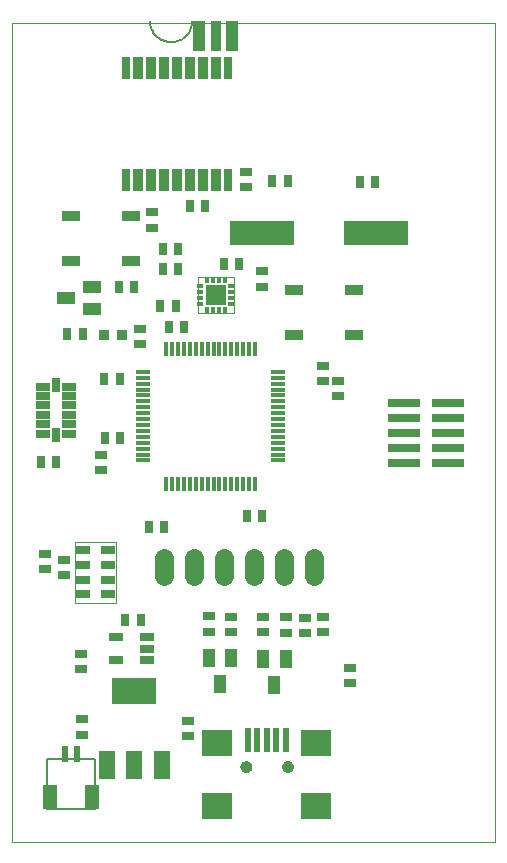
<source format=gts>
G75*
G70*
%OFA0B0*%
%FSLAX24Y24*%
%IPPOS*%
%LPD*%
%AMOC8*
5,1,8,0,0,1.08239X$1,22.5*
%
%ADD10C,0.0000*%
%ADD11R,0.0491X0.0257*%
%ADD12R,0.0257X0.0491*%
%ADD13R,0.0453X0.0257*%
%ADD14C,0.0020*%
%ADD15R,0.0394X0.0316*%
%ADD16R,0.0355X0.0749*%
%ADD17R,0.0316X0.0749*%
%ADD18R,0.0158X0.0512*%
%ADD19R,0.0512X0.0158*%
%ADD20R,0.0520X0.0920*%
%ADD21R,0.1457X0.0906*%
%ADD22R,0.0512X0.0257*%
%ADD23R,0.1024X0.0906*%
%ADD24R,0.0237X0.0827*%
%ADD25C,0.0394*%
%ADD26R,0.0138X0.0197*%
%ADD27R,0.0670X0.0670*%
%ADD28R,0.0197X0.0138*%
%ADD29C,0.0005*%
%ADD30C,0.0640*%
%ADD31R,0.0316X0.0394*%
%ADD32R,0.2140X0.0800*%
%ADD33R,0.0640X0.0340*%
%ADD34R,0.0591X0.0434*%
%ADD35R,0.0434X0.0591*%
%ADD36R,0.1064X0.0296*%
%ADD37R,0.0355X0.0355*%
%ADD38C,0.0050*%
%ADD39R,0.0512X0.0827*%
%ADD40R,0.0237X0.0571*%
%ADD41R,0.0355X0.1024*%
%ADD42R,0.0434X0.1024*%
D10*
X000702Y002192D02*
X000702Y029507D01*
X016812Y029507D01*
X016792Y002192D01*
X000702Y002192D01*
X008328Y004719D02*
X008330Y004745D01*
X008336Y004771D01*
X008346Y004796D01*
X008359Y004819D01*
X008375Y004839D01*
X008395Y004857D01*
X008417Y004872D01*
X008440Y004884D01*
X008466Y004892D01*
X008492Y004896D01*
X008518Y004896D01*
X008544Y004892D01*
X008570Y004884D01*
X008594Y004872D01*
X008615Y004857D01*
X008635Y004839D01*
X008651Y004819D01*
X008664Y004796D01*
X008674Y004771D01*
X008680Y004745D01*
X008682Y004719D01*
X008680Y004693D01*
X008674Y004667D01*
X008664Y004642D01*
X008651Y004619D01*
X008635Y004599D01*
X008615Y004581D01*
X008593Y004566D01*
X008570Y004554D01*
X008544Y004546D01*
X008518Y004542D01*
X008492Y004542D01*
X008466Y004546D01*
X008440Y004554D01*
X008416Y004566D01*
X008395Y004581D01*
X008375Y004599D01*
X008359Y004619D01*
X008346Y004642D01*
X008336Y004667D01*
X008330Y004693D01*
X008328Y004719D01*
X009706Y004719D02*
X009708Y004745D01*
X009714Y004771D01*
X009724Y004796D01*
X009737Y004819D01*
X009753Y004839D01*
X009773Y004857D01*
X009795Y004872D01*
X009818Y004884D01*
X009844Y004892D01*
X009870Y004896D01*
X009896Y004896D01*
X009922Y004892D01*
X009948Y004884D01*
X009972Y004872D01*
X009993Y004857D01*
X010013Y004839D01*
X010029Y004819D01*
X010042Y004796D01*
X010052Y004771D01*
X010058Y004745D01*
X010060Y004719D01*
X010058Y004693D01*
X010052Y004667D01*
X010042Y004642D01*
X010029Y004619D01*
X010013Y004599D01*
X009993Y004581D01*
X009971Y004566D01*
X009948Y004554D01*
X009922Y004546D01*
X009896Y004542D01*
X009870Y004542D01*
X009844Y004546D01*
X009818Y004554D01*
X009794Y004566D01*
X009773Y004581D01*
X009753Y004599D01*
X009737Y004619D01*
X009724Y004642D01*
X009714Y004667D01*
X009708Y004693D01*
X009706Y004719D01*
D11*
X002587Y015814D03*
X002587Y016129D03*
X002587Y016444D03*
X002587Y016759D03*
X002587Y017074D03*
X002585Y017389D03*
X001721Y017389D03*
X001721Y017074D03*
X001721Y016759D03*
X001721Y016444D03*
X001721Y016129D03*
X001721Y015814D03*
D12*
X002154Y015775D03*
X002154Y017428D03*
D13*
X003072Y011936D03*
X003072Y011444D03*
X003072Y010952D03*
X003072Y010460D03*
X003898Y010460D03*
X003898Y010952D03*
X003898Y011444D03*
X003898Y011936D03*
D14*
X004174Y012212D02*
X004174Y010164D01*
X002796Y010164D01*
X002796Y012192D01*
X002796Y012212D02*
X004174Y012212D01*
D15*
X003654Y014601D03*
X003654Y015113D03*
X002426Y011605D03*
X002426Y011093D03*
X001796Y011306D03*
X001796Y011818D03*
X003009Y008471D03*
X003009Y007960D03*
X003017Y006290D03*
X003017Y005778D03*
X006556Y005727D03*
X006556Y006239D03*
X007257Y009219D03*
X007257Y009731D03*
X008005Y009715D03*
X008005Y009204D03*
X009068Y009196D03*
X009068Y009708D03*
X009816Y009700D03*
X009816Y009188D03*
X010477Y009168D03*
X010477Y009680D03*
X011060Y009704D03*
X011060Y009192D03*
X011981Y008007D03*
X011981Y007495D03*
X011560Y017062D03*
X011560Y017574D03*
X011068Y017558D03*
X011068Y018070D03*
X009048Y020715D03*
X009048Y021227D03*
X008483Y024045D03*
X008483Y024556D03*
X005376Y023197D03*
X005376Y022685D03*
X004965Y019314D03*
X004965Y018802D03*
D16*
X004901Y024276D03*
X005334Y024276D03*
X005767Y024276D03*
X006200Y024276D03*
X006633Y024276D03*
X007066Y024276D03*
X007499Y024276D03*
X007499Y028016D03*
X007066Y028016D03*
X006633Y028016D03*
X006200Y028016D03*
X005767Y028016D03*
X005334Y028016D03*
X004901Y028016D03*
D17*
X004487Y028016D03*
X004487Y024276D03*
X007913Y024276D03*
X007913Y028016D03*
D18*
X008009Y018645D03*
X008206Y018645D03*
X008402Y018645D03*
X008599Y018645D03*
X008796Y018645D03*
X007812Y018645D03*
X007615Y018645D03*
X007418Y018645D03*
X007221Y018645D03*
X007024Y018645D03*
X006828Y018645D03*
X006631Y018645D03*
X006434Y018645D03*
X006237Y018645D03*
X006040Y018645D03*
X005843Y018645D03*
X005843Y014156D03*
X006040Y014156D03*
X006237Y014156D03*
X006434Y014156D03*
X006631Y014156D03*
X006828Y014156D03*
X007024Y014156D03*
X007221Y014156D03*
X007418Y014156D03*
X007615Y014156D03*
X007812Y014156D03*
X008009Y014156D03*
X008206Y014156D03*
X008402Y014156D03*
X008599Y014156D03*
X008796Y014156D03*
D19*
X009564Y014924D03*
X009564Y015121D03*
X009564Y015318D03*
X009564Y015515D03*
X009564Y015712D03*
X009564Y015908D03*
X009564Y016105D03*
X009564Y016302D03*
X009564Y016499D03*
X009564Y016696D03*
X009564Y016893D03*
X009564Y017090D03*
X009564Y017286D03*
X009564Y017483D03*
X009564Y017680D03*
X009564Y017877D03*
X005076Y017877D03*
X005076Y017680D03*
X005076Y017483D03*
X005076Y017286D03*
X005076Y017090D03*
X005076Y016893D03*
X005076Y016696D03*
X005076Y016499D03*
X005076Y016302D03*
X005076Y016105D03*
X005076Y015908D03*
X005076Y015712D03*
X005076Y015515D03*
X005076Y015318D03*
X005076Y015121D03*
X005076Y014924D03*
D20*
X004776Y004787D03*
X003866Y004787D03*
X005686Y004787D03*
D21*
X004776Y007227D03*
D22*
X005190Y008282D03*
X005190Y008656D03*
X005190Y009030D03*
X004166Y009030D03*
X004166Y008282D03*
D23*
X007540Y005507D03*
X007540Y003420D03*
X010847Y003420D03*
X010847Y005507D03*
D24*
X009824Y005605D03*
X009509Y005605D03*
X009194Y005605D03*
X008879Y005605D03*
X008564Y005605D03*
D25*
X008505Y004719D03*
X009883Y004719D03*
D26*
X007788Y019928D03*
X007591Y019928D03*
X007394Y019928D03*
X007198Y019928D03*
X007198Y020952D03*
X007394Y020952D03*
X007591Y020952D03*
X007788Y020952D03*
D27*
X007493Y020440D03*
D28*
X008005Y020538D03*
X008005Y020341D03*
X008005Y020145D03*
X008005Y020735D03*
X006981Y020735D03*
X006981Y020538D03*
X006981Y020341D03*
X006981Y020145D03*
D29*
X006902Y019849D02*
X008083Y019849D01*
X008083Y021030D01*
X006902Y021030D01*
X006902Y019849D01*
D30*
X006769Y011677D02*
X006769Y011077D01*
X007769Y011077D02*
X007769Y011677D01*
X008769Y011677D02*
X008769Y011077D01*
X009769Y011077D02*
X009769Y011677D01*
X010769Y011677D02*
X010769Y011077D01*
X005769Y011077D02*
X005769Y011677D01*
D31*
X005765Y012715D03*
X005253Y012715D03*
X004304Y015688D03*
X003792Y015688D03*
X003776Y017625D03*
X004288Y017625D03*
X003052Y019133D03*
X002540Y019133D03*
X004257Y020708D03*
X004769Y020708D03*
X005639Y020058D03*
X006150Y020058D03*
X005930Y019361D03*
X006442Y019361D03*
X006245Y021290D03*
X006237Y021979D03*
X005725Y021979D03*
X005733Y021290D03*
X006633Y023410D03*
X007145Y023410D03*
X007765Y021467D03*
X008276Y021467D03*
X009375Y024231D03*
X009887Y024231D03*
X012288Y024200D03*
X012800Y024200D03*
X009032Y013058D03*
X008520Y013058D03*
X004985Y009621D03*
X004473Y009621D03*
X002170Y014857D03*
X001658Y014857D03*
D32*
X009026Y022507D03*
X012826Y022507D03*
D33*
X012107Y020591D03*
X012107Y019091D03*
X010107Y019091D03*
X010107Y020591D03*
X004680Y021570D03*
X004680Y023070D03*
X002680Y023070D03*
X002680Y021570D03*
D34*
X002513Y020341D03*
X003379Y019967D03*
X003379Y020715D03*
D35*
X007253Y008334D03*
X007627Y007467D03*
X008001Y008334D03*
X009068Y008294D03*
X009442Y007428D03*
X009816Y008294D03*
D36*
X013776Y014830D03*
X013776Y015330D03*
X013776Y015830D03*
X013776Y016330D03*
X013776Y016830D03*
X015233Y016830D03*
X015233Y016330D03*
X015233Y015830D03*
X015233Y015330D03*
X015233Y014830D03*
D37*
X004363Y019101D03*
X003772Y019101D03*
D38*
X005294Y029579D02*
X005296Y029527D01*
X005302Y029476D01*
X005311Y029425D01*
X005324Y029375D01*
X005341Y029326D01*
X005361Y029278D01*
X005385Y029232D01*
X005412Y029188D01*
X005442Y029146D01*
X005475Y029106D01*
X005511Y029069D01*
X005549Y029034D01*
X005590Y029002D01*
X005634Y028974D01*
X005679Y028948D01*
X005726Y028926D01*
X005774Y028908D01*
X005824Y028893D01*
X005874Y028882D01*
X005925Y028874D01*
X005977Y028870D01*
X006029Y028870D01*
X006081Y028874D01*
X006132Y028882D01*
X006182Y028893D01*
X006232Y028908D01*
X006280Y028926D01*
X006327Y028948D01*
X006372Y028974D01*
X006416Y029002D01*
X006457Y029034D01*
X006495Y029069D01*
X006531Y029106D01*
X006564Y029146D01*
X006594Y029188D01*
X006621Y029232D01*
X006645Y029278D01*
X006665Y029326D01*
X006682Y029375D01*
X006695Y029425D01*
X006704Y029476D01*
X006710Y029527D01*
X006712Y029579D01*
X003454Y004973D02*
X001879Y004973D01*
X001879Y003300D01*
X003454Y003300D01*
X003454Y004973D01*
D39*
X003375Y003694D03*
X001957Y003694D03*
D40*
X002469Y005141D03*
X002863Y005141D03*
D41*
X007499Y029079D03*
D42*
X008031Y029079D03*
X006948Y029079D03*
M02*

</source>
